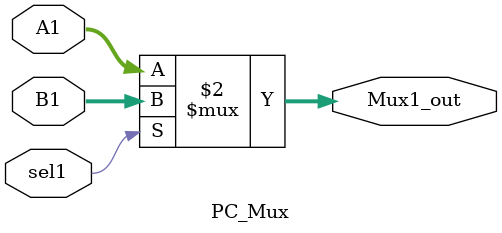
<source format=v>
`timescale 1ns / 1ps


module PC_Mux(sel1, A1, B1, Mux1_out);
    input sel1;
    input [31:0] A1, B1;
    output [31:0] Mux1_out;

    assign Mux1_out = (sel1 == 1'b0) ? A1 : B1;
endmodule

</source>
